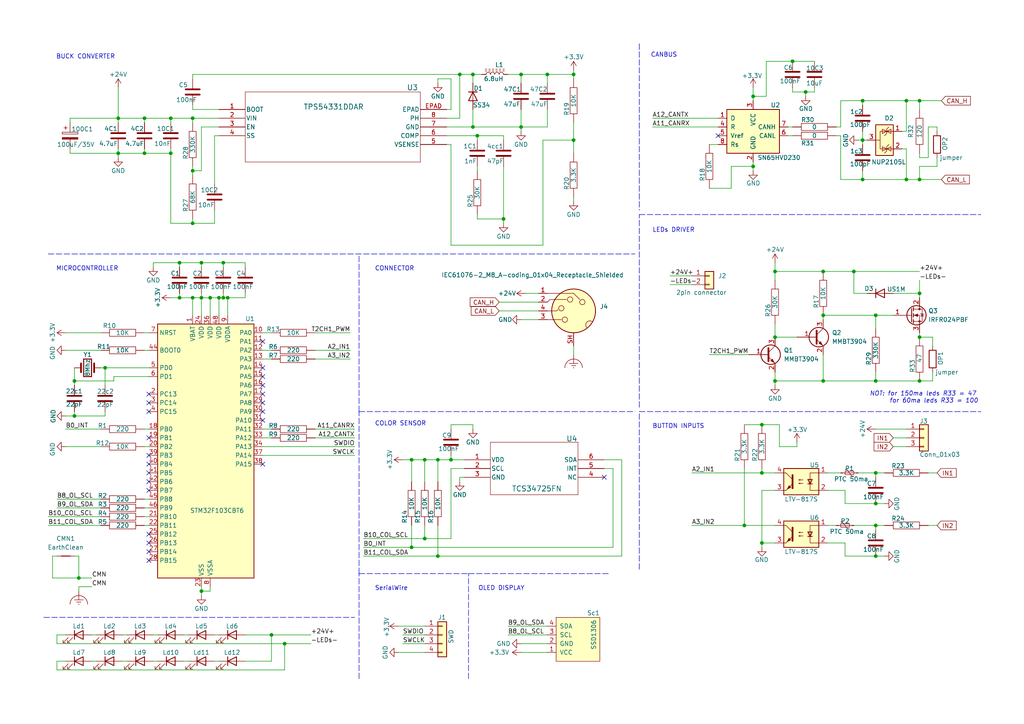
<source format=kicad_sch>
(kicad_sch (version 20231120) (generator "eeschema") (generator_version "8.0")
  (paper "A4")
  (title_block (title "Color Sensor Schematics") (date "2024-03-31") (rev "version 01.01") (company "Hiper Teknoloji") (comment 1 "desinger@ Nevzat DURMAZ"))
  (junction (at 254 91.44))
  (junction (at 238.76 110.49))
  (junction (at 224.79 78.74))
  (junction (at 220.98 157.48))
  (junction (at 49.53 34.29))
  (junction (at 137.16 36.83))
  (junction (at 250.19 52.07))
  (junction (at 52.07 76.2))
  (junction (at 55.88 86.36))
  (junction (at 250.19 40.64))
  (junction (at 266.7 97.79))
  (junction (at 254 152.4))
  (junction (at 218.44 27.94))
  (junction (at 78.74 184.15))
  (junction (at 119.38 158.75))
  (junction (at 266.7 52.07))
  (junction (at 64.77 86.36))
  (junction (at 151.13 21.59))
  (junction (at 127 161.29))
  (junction (at 254 110.49))
  (junction (at 247.65 78.74))
  (junction (at 254 161.29))
  (junction (at 238.76 91.44))
  (junction (at 262.89 52.07))
  (junction (at 58.42 86.36))
  (junction (at 220.98 137.16))
  (junction (at 127 133.35))
  (junction (at 233.68 26.67))
  (junction (at 49.53 44.45))
  (junction (at 66.04 86.36))
  (junction (at 137.16 21.59))
  (junction (at 64.77 76.2))
  (junction (at 82.55 186.69))
  (junction (at 30.48 106.68))
  (junction (at 63.5 86.36))
  (junction (at 166.37 21.59))
  (junction (at 55.88 34.29))
  (junction (at 41.91 34.29))
  (junction (at 215.9 152.4))
  (junction (at 21.59 120.65))
  (junction (at 34.29 44.45))
  (junction (at 151.13 36.83))
  (junction (at 55.88 49.53))
  (junction (at 58.42 171.45))
  (junction (at 254 137.16))
  (junction (at 130.81 133.35))
  (junction (at 262.89 29.21))
  (junction (at 158.75 21.59))
  (junction (at 55.88 64.77))
  (junction (at 266.7 29.21))
  (junction (at 34.29 34.29))
  (junction (at 123.19 156.21))
  (junction (at 60.96 86.36))
  (junction (at 266.7 110.49))
  (junction (at 146.05 63.5))
  (junction (at 218.44 48.26))
  (junction (at 224.79 110.49))
  (junction (at 41.91 44.45))
  (junction (at 220.98 123.19))
  (junction (at 238.76 78.74))
  (junction (at 123.19 133.35))
  (junction (at 21.59 110.49))
  (junction (at 266.7 85.09))
  (junction (at 229.87 17.78))
  (junction (at 254 146.05))
  (junction (at 133.35 21.59))
  (junction (at 52.07 86.36))
  (junction (at 22.86 167.64))
  (junction (at 250.19 29.21))
  (junction (at 166.37 40.64))
  (junction (at 58.42 76.2))
  (junction (at 138.43 39.37))
  (junction (at 119.38 133.35))
  (junction (at 224.79 97.79))
  (no_connect (at 76.2 99.06))
  (no_connect (at 43.18 162.56))
  (no_connect (at 76.2 109.22))
  (no_connect (at 208.28 39.37))
  (no_connect (at 43.18 116.84))
  (no_connect (at 76.2 116.84))
  (no_connect (at 43.18 142.24))
  (no_connect (at 76.2 134.62))
  (no_connect (at 76.2 111.76))
  (no_connect (at 43.18 119.38))
  (no_connect (at 76.2 119.38))
  (no_connect (at 43.18 157.48))
  (no_connect (at 43.18 137.16))
  (no_connect (at 43.18 160.02))
  (no_connect (at 76.2 106.68))
  (no_connect (at 76.2 114.3))
  (no_connect (at 43.18 114.3))
  (no_connect (at 43.18 132.08))
  (no_connect (at 43.18 127))
  (no_connect (at 76.2 121.92))
  (no_connect (at 175.26 138.43))
  (no_connect (at 43.18 154.94))
  (no_connect (at 43.18 139.7))
  (no_connect (at 43.18 134.62))
  (wire (pts (xy 218.44 46.99) (xy 218.44 48.26)))
  (wire (pts (xy 238.76 91.44) (xy 254 91.44)))
  (wire (pts (xy 270.51 107.95) (xy 270.51 110.49)))
  (wire (pts (xy 151.13 189.23) (xy 158.75 189.23)))
  (wire (pts (xy 29.21 106.68) (xy 30.48 106.68)))
  (wire (pts (xy 256.54 161.29) (xy 254 161.29)))
  (wire (pts (xy 62.23 39.37) (xy 62.23 53.34)))
  (wire (pts (xy 233.68 26.67) (xy 229.87 26.67)))
  (wire (pts (xy 34.29 45.72) (xy 34.29 44.45)))
  (wire (pts (xy 224.79 78.74) (xy 224.79 81.28)))
  (wire (pts (xy 166.37 22.86) (xy 166.37 21.59)))
  (wire (pts (xy 229.87 26.67) (xy 229.87 25.4)))
  (wire (pts (xy 271.78 36.83) (xy 271.78 38.1)))
  (wire (pts (xy 215.9 123.19) (xy 220.98 123.19)))
  (wire (pts (xy 261.62 38.1) (xy 262.89 38.1)))
  (wire (pts (xy 251.46 85.09) (xy 247.65 85.09)))
  (wire (pts (xy 138.43 63.5) (xy 146.05 63.5)))
  (wire (pts (xy 137.16 36.83) (xy 129.54 36.83)))
  (wire (pts (xy 123.19 133.35) (xy 127 133.35)))
  (wire (pts (xy 41.91 44.45) (xy 34.29 44.45)))
  (wire (pts (xy 254 91.44) (xy 259.08 91.44)))
  (wire (pts (xy 71.12 86.36) (xy 66.04 86.36)))
  (wire (pts (xy 224.79 107.95) (xy 224.79 110.49)))
  (wire (pts (xy 189.23 34.29) (xy 208.28 34.29)))
  (wire (pts (xy 215.9 135.89) (xy 215.9 152.4)))
  (wire (pts (xy 34.29 25.4) (xy 34.29 34.29)))
  (wire (pts (xy 247.65 78.74) (xy 266.7 78.74)))
  (wire (pts (xy 250.19 49.53) (xy 250.19 52.07)))
  (wire (pts (xy 262.89 52.07) (xy 250.19 52.07)))
  (wire (pts (xy 91.44 124.46) (xy 102.87 124.46)))
  (wire (pts (xy 137.16 24.13) (xy 137.16 21.59)))
  (wire (pts (xy 222.25 27.94) (xy 218.44 27.94)))
  (wire (pts (xy 101.6 104.14) (xy 91.44 104.14)))
  (wire (pts (xy 224.79 137.16) (xy 220.98 137.16)))
  (wire (pts (xy 55.88 48.26) (xy 55.88 49.53)))
  (wire (pts (xy 64.77 86.36) (xy 66.04 86.36)))
  (wire (pts (xy 49.53 44.45) (xy 41.91 44.45)))
  (wire (pts (xy 271.78 137.16) (xy 269.24 137.16)))
  (wire (pts (xy 34.29 34.29) (xy 34.29 35.56)))
  (wire (pts (xy 233.68 26.67) (xy 233.68 27.94)))
  (wire (pts (xy 49.53 64.77) (xy 49.53 44.45)))
  (wire (pts (xy 266.7 48.26) (xy 266.7 52.07)))
  (wire (pts (xy 78.74 127) (xy 76.2 127)))
  (wire (pts (xy 19.05 96.52) (xy 29.21 96.52)))
  (wire (pts (xy 215.9 152.4) (xy 200.66 152.4)))
  (wire (pts (xy 16.51 186.69) (xy 82.55 186.69)))
  (wire (pts (xy 245.11 157.48) (xy 245.11 161.29)))
  (wire (pts (xy 49.53 34.29) (xy 55.88 34.29)))
  (wire (pts (xy 41.91 149.86) (xy 43.18 149.86)))
  (wire (pts (xy 41.91 43.18) (xy 41.91 44.45)))
  (wire (pts (xy 224.79 152.4) (xy 215.9 152.4)))
  (wire (pts (xy 271.78 45.72) (xy 271.78 48.26)))
  (wire (pts (xy 127 152.4) (xy 127 161.29)))
  (wire (pts (xy 147.32 21.59) (xy 151.13 21.59)))
  (wire (pts (xy 133.35 21.59) (xy 133.35 34.29)))
  (wire (pts (xy 15.24 161.29) (xy 16.51 161.29)))
  (wire (pts (xy 134.62 133.35) (xy 130.81 133.35)))
  (wire (pts (xy 144.78 87.63) (xy 156.21 87.63)))
  (wire (pts (xy 55.88 63.5) (xy 55.88 64.77)))
  (wire (pts (xy 64.77 76.2) (xy 64.77 77.47)))
  (wire (pts (xy 63.5 191.77) (xy 62.23 191.77)))
  (wire (pts (xy 58.42 86.36) (xy 58.42 85.09)))
  (wire (pts (xy 55.88 31.75) (xy 55.88 30.48)))
  (wire (pts (xy 49.53 35.56) (xy 49.53 34.29)))
  (wire (pts (xy 27.94 184.15) (xy 26.67 184.15)))
  (wire (pts (xy 41.91 147.32) (xy 43.18 147.32)))
  (wire (pts (xy 254 137.16) (xy 256.54 137.16)))
  (wire (pts (xy 52.07 86.36) (xy 55.88 86.36)))
  (wire (pts (xy 54.61 191.77) (xy 53.34 191.77)))
  (wire (pts (xy 55.88 86.36) (xy 55.88 91.44)))
  (polyline (pts (xy 104.14 166.37) (xy 135.89 166.37)) (stroke (width 0) (type dash)))
  (wire (pts (xy 16.51 194.31) (xy 82.55 194.31)))
  (wire (pts (xy 41.91 34.29) (xy 34.29 34.29)))
  (wire (pts (xy 49.53 34.29) (xy 41.91 34.29)))
  (wire (pts (xy 238.76 110.49) (xy 254 110.49)))
  (wire (pts (xy 55.88 34.29) (xy 63.5 34.29)))
  (wire (pts (xy 166.37 20.32) (xy 166.37 21.59)))
  (wire (pts (xy 21.59 119.38) (xy 21.59 120.65)))
  (wire (pts (xy 137.16 21.59) (xy 139.7 21.59)))
  (wire (pts (xy 82.55 194.31) (xy 82.55 186.69)))
  (wire (pts (xy 226.06 129.54) (xy 226.06 123.19)))
  (wire (pts (xy 55.88 21.59) (xy 133.35 21.59)))
  (wire (pts (xy 254 124.46) (xy 262.89 124.46)))
  (wire (pts (xy 20.32 43.18) (xy 20.32 44.45)))
  (wire (pts (xy 238.76 91.44) (xy 238.76 92.71)))
  (wire (pts (xy 243.84 39.37) (xy 242.57 39.37)))
  (wire (pts (xy 262.89 52.07) (xy 266.7 52.07)))
  (wire (pts (xy 78.74 104.14) (xy 76.2 104.14)))
  (wire (pts (xy 238.76 78.74) (xy 247.65 78.74)))
  (wire (pts (xy 254 152.4) (xy 256.54 152.4)))
  (polyline (pts (xy 185.42 62.23) (xy 284.48 62.23)) (stroke (width 0) (type dash)))
  (wire (pts (xy 127 133.35) (xy 127 139.7)))
  (wire (pts (xy 105.41 156.21) (xy 123.19 156.21)))
  (wire (pts (xy 16.51 191.77) (xy 16.51 194.31)))
  (wire (pts (xy 262.89 29.21) (xy 250.19 29.21)))
  (wire (pts (xy 137.16 21.59) (xy 133.35 21.59)))
  (wire (pts (xy 41.91 129.54) (xy 43.18 129.54)))
  (wire (pts (xy 45.72 191.77) (xy 44.45 191.77)))
  (wire (pts (xy 127 22.86) (xy 127 24.13)))
  (wire (pts (xy 123.19 156.21) (xy 130.81 156.21)))
  (wire (pts (xy 60.96 86.36) (xy 60.96 91.44)))
  (wire (pts (xy 41.91 35.56) (xy 41.91 34.29)))
  (wire (pts (xy 266.7 29.21) (xy 266.7 31.75)))
  (wire (pts (xy 115.57 181.61) (xy 123.19 181.61)))
  (wire (pts (xy 231.14 129.54) (xy 226.06 129.54)))
  (wire (pts (xy 231.14 129.54) (xy 231.14 128.27)))
  (wire (pts (xy 208.28 41.91) (xy 205.74 41.91)))
  (polyline (pts (xy 185.42 119.38) (xy 284.48 119.38)) (stroke (width 0) (type dash)))
  (wire (pts (xy 115.57 189.23) (xy 123.19 189.23)))
  (wire (pts (xy 130.81 123.19) (xy 137.16 123.19)))
  (wire (pts (xy 166.37 40.64) (xy 166.37 44.45)))
  (wire (pts (xy 22.86 161.29) (xy 22.86 167.64)))
  (wire (pts (xy 158.75 21.59) (xy 151.13 21.59)))
  (wire (pts (xy 76.2 132.08) (xy 102.87 132.08)))
  (wire (pts (xy 243.84 52.07) (xy 250.19 52.07)))
  (wire (pts (xy 58.42 172.72) (xy 58.42 171.45)))
  (wire (pts (xy 116.84 133.35) (xy 119.38 133.35)))
  (wire (pts (xy 243.84 29.21) (xy 243.84 36.83)))
  (wire (pts (xy 91.44 96.52) (xy 101.6 96.52)))
  (wire (pts (xy 220.98 135.89) (xy 220.98 137.16)))
  (wire (pts (xy 248.92 137.16) (xy 254 137.16)))
  (wire (pts (xy 236.22 25.4) (xy 236.22 26.67)))
  (wire (pts (xy 266.7 45.72) (xy 269.24 45.72)))
  (wire (pts (xy 20.32 34.29) (xy 34.29 34.29)))
  (wire (pts (xy 21.59 120.65) (xy 30.48 120.65)))
  (wire (pts (xy 16.51 184.15) (xy 16.51 186.69)))
  (wire (pts (xy 138.43 39.37) (xy 138.43 40.64)))
  (wire (pts (xy 248.92 40.64) (xy 250.19 40.64)))
  (wire (pts (xy 49.53 86.36) (xy 52.07 86.36)))
  (wire (pts (xy 166.37 102.87) (xy 166.37 100.33)))
  (wire (pts (xy 134.62 135.89) (xy 130.81 135.89)))
  (wire (pts (xy 224.79 93.98) (xy 224.79 97.79)))
  (polyline (pts (xy 104.14 119.38) (xy 184.15 119.38)) (stroke (width 0) (type dash)))
  (wire (pts (xy 220.98 137.16) (xy 200.66 137.16)))
  (wire (pts (xy 151.13 92.71) (xy 156.21 92.71)))
  (wire (pts (xy 27.94 191.77) (xy 26.67 191.77)))
  (wire (pts (xy 71.12 191.77) (xy 78.74 191.77)))
  (wire (pts (xy 123.19 133.35) (xy 123.19 139.7)))
  (wire (pts (xy 146.05 39.37) (xy 146.05 40.64)))
  (wire (pts (xy 58.42 86.36) (xy 58.42 91.44)))
  (wire (pts (xy 66.04 86.36) (xy 66.04 91.44)))
  (wire (pts (xy 133.35 138.43) (xy 133.35 139.7)))
  (wire (pts (xy 220.98 123.19) (xy 226.06 123.19)))
  (wire (pts (xy 240.03 137.16) (xy 243.84 137.16)))
  (wire (pts (xy 33.02 109.22) (xy 43.18 109.22)))
  (wire (pts (xy 259.08 127) (xy 262.89 127)))
  (wire (pts (xy 44.45 76.2) (xy 52.07 76.2)))
  (wire (pts (xy 127 22.86) (xy 130.81 22.86)))
  (wire (pts (xy 151.13 38.1) (xy 151.13 36.83)))
  (wire (pts (xy 55.88 22.86) (xy 55.88 21.59)))
  (wire (pts (xy 189.23 36.83) (xy 208.28 36.83)))
  (wire (pts (xy 205.74 54.61) (xy 212.09 54.61)))
  (wire (pts (xy 243.84 29.21) (xy 250.19 29.21)))
  (wire (pts (xy 119.38 133.35) (xy 123.19 133.35)))
  (wire (pts (xy 45.72 184.15) (xy 44.45 184.15)))
  (polyline (pts (xy 12.7 179.07) (xy 102.87 179.07)) (stroke (width 0) (type dash)))
  (wire (pts (xy 212.09 48.26) (xy 218.44 48.26)))
  (wire (pts (xy 60.96 86.36) (xy 63.5 86.36)))
  (wire (pts (xy 147.32 184.15) (xy 158.75 184.15)))
  (wire (pts (xy 138.43 48.26) (xy 138.43 49.53)))
  (wire (pts (xy 20.32 44.45) (xy 34.29 44.45)))
  (wire (pts (xy 266.7 81.28) (xy 266.7 85.09)))
  (wire (pts (xy 41.91 144.78) (xy 43.18 144.78)))
  (wire (pts (xy 16.51 147.32) (xy 29.21 147.32)))
  (wire (pts (xy 138.43 39.37) (xy 146.05 39.37)))
  (wire (pts (xy 243.84 36.83) (xy 242.57 36.83)))
  (wire (pts (xy 220.98 157.48) (xy 220.98 158.75)))
  (wire (pts (xy 247.65 152.4) (xy 254 152.4)))
  (polyline (pts (xy 13.97 73.66) (xy 184.15 73.66)) (stroke (width 0) (type dash)))
  (wire (pts (xy 157.48 71.12) (xy 157.48 40.64)))
  (wire (pts (xy 229.87 17.78) (xy 236.22 17.78)))
  (wire (pts (xy 20.32 35.56) (xy 20.32 34.29)))
  (wire (pts (xy 78.74 96.52) (xy 76.2 96.52)))
  (wire (pts (xy 151.13 186.69) (xy 158.75 186.69)))
  (wire (pts (xy 19.05 120.65) (xy 21.59 120.65)))
  (wire (pts (xy 105.41 161.29) (xy 127 161.29)))
  (wire (pts (xy 127 161.29) (xy 180.34 161.29)))
  (wire (pts (xy 254 138.43) (xy 254 137.16)))
  (wire (pts (xy 224.79 110.49) (xy 224.79 111.76)))
  (wire (pts (xy 224.79 97.79) (xy 231.14 97.79)))
  (wire (pts (xy 270.51 97.79) (xy 266.7 97.79)))
  (wire (pts (xy 116.84 184.15) (xy 123.19 184.15)))
  (wire (pts (xy 254 91.44) (xy 254 95.25)))
  (wire (pts (xy 147.32 181.61) (xy 158.75 181.61)))
  (wire (pts (xy 130.81 71.12) (xy 157.48 71.12)))
  (wire (pts (xy 129.54 39.37) (xy 138.43 39.37)))
  (wire (pts (xy 26.67 170.18) (xy 22.86 170.18)))
  (wire (pts (xy 245.11 161.29) (xy 254 161.29)))
  (wire (pts (xy 55.88 64.77) (xy 62.23 64.77)))
  (wire (pts (xy 82.55 186.69) (xy 90.17 186.69)))
  (wire (pts (xy 41.91 96.52) (xy 43.18 96.52)))
  (wire (pts (xy 224.79 110.49) (xy 238.76 110.49)))
  (wire (pts (xy 194.31 80.01) (xy 200.66 80.01)))
  (wire (pts (xy 146.05 64.77) (xy 146.05 63.5)))
  (wire (pts (xy 58.42 86.36) (xy 60.96 86.36)))
  (wire (pts (xy 144.78 90.17) (xy 156.21 90.17)))
  (wire (pts (xy 222.25 17.78) (xy 222.25 27.94)))
  (polyline (pts (xy 185.42 165.1) (xy 185.42 119.38)) (stroke (width 0) (type dash)))
  (wire (pts (xy 129.54 31.75) (xy 130.81 31.75)))
  (wire (pts (xy 63.5 39.37) (xy 62.23 39.37)))
  (wire (pts (xy 44.45 77.47) (xy 44.45 76.2)))
  (wire (pts (xy 250.19 40.64) (xy 251.46 40.64)))
  (wire (pts (xy 262.89 43.18) (xy 262.89 52.07)))
  (wire (pts (xy 63.5 36.83) (xy 58.42 36.83)))
  (wire (pts (xy 256.54 146.05) (xy 254 146.05)))
  (wire (pts (xy 262.89 29.21) (xy 262.89 38.1)))
  (wire (pts (xy 151.13 21.59) (xy 151.13 24.13)))
  (wire (pts (xy 52.07 85.09) (xy 52.07 86.36)))
  (wire (pts (xy 157.48 40.64) (xy 166.37 40.64)))
  (polyline (pts (xy 104.14 119.38) (xy 104.14 73.66)) (stroke (width 0) (type dash)))
  (wire (pts (xy 21.59 110.49) (xy 21.59 111.76)))
  (wire (pts (xy 177.8 135.89) (xy 177.8 158.75)))
  (wire (pts (xy 175.26 135.89) (xy 177.8 135.89)))
  (polyline (pts (xy 185.42 12.7) (xy 185.42 60.96)) (stroke (width 0) (type dash)))
  (wire (pts (xy 262.89 29.21) (xy 266.7 29.21)))
  (wire (pts (xy 242.57 152.4) (xy 240.03 152.4)))
  (wire (pts (xy 119.38 158.75) (xy 177.8 158.75)))
  (wire (pts (xy 64.77 85.09) (xy 64.77 86.36)))
  (polyline (pts (xy 104.14 166.37) (xy 104.14 119.38)) (stroke (width 0) (type dash)))
  (wire (pts (xy 62.23 60.96) (xy 62.23 64.77)))
  (wire (pts (xy 71.12 85.09) (xy 71.12 86.36)))
  (wire (pts (xy 36.83 191.77) (xy 35.56 191.77)))
  (wire (pts (xy 130.81 124.46) (xy 130.81 123.19)))
  (wire (pts (xy 269.24 45.72) (xy 269.24 36.83)))
  (wire (pts (xy 22.86 161.29) (xy 21.59 161.29)))
  (wire (pts (xy 130.81 133.35) (xy 130.81 132.08)))
  (wire (pts (xy 218.44 48.26) (xy 218.44 49.53)))
  (wire (pts (xy 71.12 77.47) (xy 71.12 76.2)))
  (wire (pts (xy 151.13 36.83) (xy 137.16 36.83)))
  (wire (pts (xy 15.24 167.64) (xy 22.86 167.64)))
  (wire (pts (xy 138.43 63.5) (xy 138.43 62.23)))
  (polyline (pts (xy 185.42 118.11) (xy 185.42 62.23)) (stroke (width 0) (type dash)))
  (wire (pts (xy 261.62 43.18) (xy 262.89 43.18)))
  (polyline (pts (xy 104.14 196.85) (xy 104.14 166.37)) (stroke (width 0) (type dash)))
  (wire (pts (xy 21.59 110.49) (xy 33.02 110.49)))
  (wire (pts (xy 133.35 34.29) (xy 129.54 34.29)))
  (wire (pts (xy 271.78 48.26) (xy 266.7 48.26)))
  (wire (pts (xy 58.42 76.2) (xy 52.07 76.2)))
  (wire (pts (xy 158.75 24.13) (xy 158.75 21.59)))
  (wire (pts (xy 130.81 31.75) (xy 130.81 22.86)))
  (wire (pts (xy 64.77 76.2) (xy 58.42 76.2)))
  (wire (pts (xy 271.78 152.4) (xy 269.24 152.4)))
  (wire (pts (xy 16.51 144.78) (xy 29.21 144.78)))
  (wire (pts (xy 243.84 39.37) (xy 243.84 52.07)))
  (wire (pts (xy 254 107.95) (xy 254 110.49)))
  (wire (pts (xy 245.11 146.05) (xy 254 146.05)))
  (wire (pts (xy 133.35 138.43) (xy 134.62 138.43)))
  (wire (pts (xy 220.98 142.24) (xy 220.98 157.48)))
  (wire (pts (xy 259.08 85.09) (xy 266.7 85.09)))
  (wire (pts (xy 266.7 29.21) (xy 273.05 29.21)))
  (wire (pts (xy 19.05 129.54) (xy 29.21 129.54)))
  (wire (pts (xy 60.96 170.18) (xy 60.96 171.45)))
  (wire (pts (xy 137.16 31.75) (xy 137.16 36.83)))
  (wire (pts (xy 224.79 76.2) (xy 224.79 78.74)))
  (wire (pts (xy 212.09 54.61) (xy 212.09 48.26)))
  (wire (pts (xy 30.48 106.68) (xy 43.18 106.68)))
  (wire (pts (xy 58.42 171.45) (xy 58.42 170.18)))
  (wire (pts (xy 266.7 85.09) (xy 266.7 86.36)))
  (wire (pts (xy 55.88 64.77) (xy 49.53 64.77)))
  (wire (pts (xy 224.79 157.48) (xy 220.98 157.48)))
  (wire (pts (xy 266.7 52.07) (xy 273.05 52.07)))
  (wire (pts (xy 30.48 120.65) (xy 30.48 119.38)))
  (wire (pts (xy 55.88 86.36) (xy 58.42 86.36)))
  (wire (pts (xy 58.42 49.53) (xy 55.88 49.53)))
  (wire (pts (xy 270.51 110.49) (xy 266.7 110.49)))
  (wire (pts (xy 266.7 97.79) (xy 266.7 96.52)))
  (wire (pts (xy 180.34 133.35) (xy 180.34 161.29)))
  (wire (pts (xy 105.41 158.75) (xy 119.38 158.75)))
  (wire (pts (xy 63.5 184.15) (xy 62.23 184.15)))
  (wire (pts (xy 55.88 49.53) (xy 55.88 50.8)))
  (wire (pts (xy 218.44 25.4) (xy 218.44 27.94)))
  (wire (pts (xy 254 110.49) (xy 266.7 110.49)))
  (wire (pts (xy 151.13 36.83) (xy 158.75 36.83)))
  (wire (pts (xy 250.19 40.64) (xy 250.19 41.91)))
  (wire (pts (xy 269.24 36.83) (xy 271.78 36.83)))
  (wire (pts (xy 250.19 38.1) (xy 250.19 40.64)))
  (wire (pts (xy 224.79 78.74) (xy 238.76 78.74)))
  (wire (pts (xy 166.37 58.42) (xy 166.37 57.15)))
  (wire (pts (xy 123.19 152.4) (xy 123.19 156.21)))
  (wire (pts (xy 137.16 123.19) (xy 137.16 124.46)))
  (wire (pts (xy 247.65 85.09) (xy 247.65 78.74)))
  (wire (pts (xy 228.6 36.83) (xy 229.87 36.83)))
  (wire (pts (xy 228.6 39.37) (xy 229.87 39.37)))
  (wire (pts (xy 130.81 135.89) (xy 130.81 156.21)))
  (wire (pts (xy 78.74 184.15) (xy 90.17 184.15)))
  (wire (pts (xy 101.6 101.6) (xy 91.44 101.6)))
  (wire (pts (xy 36.83 184.15) (xy 35.56 184.15)))
  (wire (pts (xy 254 153.67) (xy 254 152.4)))
  (wire (pts (xy 194.31 82.55) (xy 200.66 82.55)))
  (wire (pts (xy 41.91 152.4) (xy 43.18 152.4)))
  (wire (pts (xy 58.42 36.83) (xy 58.42 49.53)))
  (wire (pts (xy 236.22 26.67) (xy 233.68 26.67)))
  (wire (pts (xy 270.51 100.33) (xy 270.51 97.79)))
  (wire (pts (xy 71.12 76.2) (xy 64.77 76.2)))
  (wire (pts (xy 266.7 44.45) (xy 266.7 45.72)))
  (wire (pts (xy 19.05 124.46) (xy 29.21 124.46)))
  (polyline (pts (xy 135.89 166.37) (xy 176.53 166.37)) (stroke (width 0) (type dash)))
  (wire (pts (xy 175.26 133.35) (xy 180.34 133.35)))
  (wire (pts (xy 78.74 101.6) (xy 76.2 101.6)))
  (wire (pts (xy 41.91 124.46) (xy 43.18 124.46)))
  (wire (pts (xy 158.75 31.75) (xy 158.75 36.83)))
  (wire (pts (xy 15.24 161.29) (xy 15.24 167.64)))
  (wire (pts (xy 21.59 110.49) (xy 21.59 106.68)))
  (wire (pts (xy 58.42 76.2) (xy 58.42 77.47)))
  (wire (pts (xy 250.19 30.48) (xy 250.19 29.21)))
  (wire (pts (xy 152.4 85.09) (xy 156.21 85.09)))
  (wire (pts (xy 76.2 129.54) (xy 102.87 129.54)))
  (wire (pts (xy 240.03 157.48) (xy 245.11 157.48)))
  (wire (pts (xy 119.38 133.35) (xy 119.38 139.7)))
  (wire (pts (xy 238.76 102.87) (xy 238.76 110.49)))
  (wire (pts (xy 19.05 184.15) (xy 16.51 184.15)))
  (wire (pts (xy 30.48 106.68) (xy 30.48 111.76)))
  (wire (pts (xy 146.05 48.26) (xy 146.05 63.5)))
  (wire (pts (xy 205.74 102.87) (xy 217.17 102.87)))
  (wire (pts (xy 49.53 43.18) (xy 49.53 44.45)))
  (wire (pts (xy 63.5 86.36) (xy 63.5 91.44)))
  (wire (pts (xy 55.88 35.56) (xy 55.88 34.29)))
  (polyline (pts (xy 135.89 196.85) (xy 135.89 166.37)) (stroke (width 0) (type dash)))
  (wire (pts (xy 229.87 17.78) (xy 222.25 17.78)))
  (wire (pts (xy 240.03 142.24) (xy 245.11 142.24)))
  (wire (pts (xy 78.74 124.46) (xy 76.2 124.46)))
  (wire (pts (xy 13.97 149.86) (xy 29.21 149.86)))
  (wire (pts (xy 130.81 41.91) (xy 130.81 71.12)))
  (wire (pts (xy 63.5 31.75) (xy 55.88 31.75)))
  (wire (pts (xy 41.91 101.6) (xy 43.18 101.6)))
  (wire (pts (xy 19.05 101.6) (xy 29.21 101.6)))
  (wire (pts (xy 34.29 44.45) (xy 34.29 43.18)))
  (wire (pts (xy 91.44 127) (xy 102.87 127)))
  (wire (pts (xy 33.02 110.49) (xy 33.02 109.22)))
  (wire (pts (xy 218.44 27.94) (xy 218.44 29.21)))
  (wire (pts (xy 129.54 41.91) (xy 130.81 41.91)))
  (wire (pts (xy 78.74 191.77) (xy 78.74 184.15)))
  (wire (pts (xy 19.05 191.77) (xy 16.51 191.77)))
  (wire (pts (xy 116.84 186.69) (xy 123.19 186.69)))
  (wire (pts (xy 166.37 35.56) (xy 166.37 40.64)))
  (wire (pts (xy 13.97 152.4) (xy 29.21 152.4)))
  (wire (pts (xy 64.77 86.36) (xy 63.5 86.36)))
  (wire (pts (xy 22.86 170.18) (xy 22.86 171.45)))
  (wire (pts (xy 245.11 142.24) (xy 245.11 146.05)))
  (wire (pts (xy 52.07 76.2) (xy 52.07 77.47)))
  (wire (pts (xy 22.86 167.64) (xy 26.67 167.64)))
  (wire (pts (xy 60.96 171.45) (xy 58.42 171.45)))
  (wire (pts (xy 119.38 152.4) (xy 119.38 158.75)))
  (wire (pts (xy 71.12 184.15) (xy 78.74 184.15)))
  (wire (pts (xy 127 133.35) (xy 130.81 133.35)))
  (wire (pts (xy 54.61 184.15) (xy 53.34 184.15)))
  (wire (pts (xy 259.08 129.54) (xy 262.89 129.54)))
  (wire (pts (xy 166.37 21.59) (xy 158.75 21.59)))
  (wire (pts (xy 151.13 31.75) (xy 151.13 36.83)))
  (wire (pts (xy 224.79 142.24) (xy 220.98 142.24)))
  (text "LEDs DRIVER" (at 189.23 67.564 0) (effects (font (size 1.27 1.27)) (justify left bottom)))
  (text "OLED DISPLAY" (at 138.684 171.45 0) (effects (font (size 1.27 1.27)) (justify left bottom)))
  (text "BUCK CONVERTER" (at 16.256 17.272 0) (effects (font (size 1.27 1.27)) (justify left bottom)))
  (text "SerialWire" (at 108.712 171.45 0) (effects (font (size 1.27 1.27)) (justify left bottom)))
  (text "CONNECTOR" (at 108.712 78.74 0) (effects (font (size 1.27 1.27)) (justify left bottom)))
  (text "COLOR SENSOR" (at 108.712 123.698 0) (effects (font (size 1.27 1.27)) (justify left bottom)))
  (text "CANBUS" (at 188.722 16.764 0) (effects (font (size 1.27 1.27)) (justify left bottom)))
  (text "MICROCONTROLLER" (at 16.256 78.74 0) (effects (font (size 1.27 1.27)) (justify left bottom)))
  (text "NOT: for 150ma leds R33 = 47\n	 for 60ma leds R33 = 100 " (at 252.222 117.094 0) (effects (font (size 1.27 1.27) (italic yes)) (justify left bottom)))
  (text "BUTTON INPUTS" (at 189.23 124.46 0) (effects (font (size 1.27 1.27)) (justify left bottom)))
  (label "A2_IN1" (at 200.66 137.16 0))
  (label "SWDIO" (at 102.87 129.54 180))
  (label "A3_IN2" (at 200.66 152.4 0))
  (label "A12_CANTX" (at 189.23 34.29 0))
  (label "B8_OL_SCL" (at 16.51 144.78 0))
  (label "SWDIO" (at 116.84 184.15 0))
  (label "A12_CANTX" (at 102.87 127 180))
  (label "-LEDs-" (at 90.17 186.69 0))
  (label "T2CH1_PWM" (at 101.6 96.52 180))
  (label "+24V+" (at 90.17 184.15 0))
  (label "A11_CANRX" (at 102.87 124.46 180))
  (label "B11_COL_SDA" (at 105.41 161.29 0))
  (label "+24V+" (at 266.7 78.74 0))
  (label "B9_OL_SDA" (at 16.51 147.32 0))
  (label "A3_IN2" (at 101.6 104.14 180))
  (label "B0_INT" (at 105.41 158.75 0))
  (label "B9_OL_SDA" (at 147.32 181.61 0))
  (label "CMN" (at 26.67 170.18 0))
  (label "B8_OL_SCL" (at 147.32 184.15 0))
  (label "A2_IN1" (at 101.6 101.6 180))
  (label "B11_COL_SDA" (at 13.97 152.4 0))
  (label "CMN" (at 26.67 167.64 0))
  (label "B10_COL_SCL" (at 13.97 149.86 0))
  (label "-LEDs-" (at 194.31 82.55 0))
  (label "SWCLK" (at 116.84 186.69 0))
  (label "A11_CANRX" (at 189.23 36.83 0))
  (label "B0_INT" (at 19.05 124.46 0))
  (label "SWCLK" (at 102.87 132.08 180))
  (label "-LEDs-" (at 266.7 81.28 0))
  (label "B10_COL_SCL" (at 105.41 156.21 0))
  (label "+24V+" (at 194.31 80.01 0))
  (label "T2CH1_PWM" (at 205.74 102.87 0))
  (global_label "CAN_L" (shape input) (at 144.78 90.17 180) (property "Intersheetrefs" "${INTERSHEET_REFS}" (effects (hide yes))))
  (global_label "CAN_L" (shape input) (at 273.05 52.07 0) (property "Intersheetrefs" "${INTERSHEET_REFS}" (effects (hide yes))))
  (global_label "IN2" (shape input) (at 259.08 129.54 180) (property "Intersheetrefs" "${INTERSHEET_REFS}" (effects (hide yes))))
  (global_label "IN1" (shape input) (at 259.08 127 180) (property "Intersheetrefs" "${INTERSHEET_REFS}" (effects (hide yes))))
  (global_label "IN1" (shape input) (at 271.78 137.16 0) (property "Intersheetrefs" "${INTERSHEET_REFS}" (effects (hide yes))))
  (global_label "CAN_H" (shape input) (at 273.05 29.21 0) (property "Intersheetrefs" "${INTERSHEET_REFS}" (effects (hide yes))))
  (global_label "CAN_H" (shape input) (at 144.78 87.63 180) (property "Intersheetrefs" "${INTERSHEET_REFS}" (effects (hide yes))))
  (global_label "IN2" (shape input) (at 271.78 152.4 0) (property "Intersheetrefs" "${INTERSHEET_REFS}" (effects (hide yes))))
  (symbol (lib_id "Device:LED") (at 58.42 184.15 0) (unit 1)
    (property "Reference" "Ld5" (at 58.42 181.61 0))
    (property "Value" "LED" (effects (hide yes)))
    (property "Footprint" "LED_SMD:LED_PLCC_2835" (effects (hide yes)))
    (property "Description" "Light emitting diode" (effects (hide yes)))
  )
  (symbol (lib_id "Device:LED") (at 31.75 191.77 0) (unit 1)
    (property "Reference" "Ld8" (at 31.75 189.23 0))
    (property "Value" "LED" (effects (hide yes)))
    (property "Footprint" "LED_SMD:LED_PLCC_2835" (effects (hide yes)))
    (property "Description" "Light emitting diode" (effects (hide yes)))
  )
  (symbol (lib_id "power:+24V") (at 224.79 76.2 0) (unit 1)
    (property "Reference" "#PWR018" (effects (hide yes)))
    (property "Value" "+24V" (at 224.79 72.39 0))
  )
  (symbol (lib_id "pspice:R") (at 236.22 39.37 90) (unit 1)
    (property "Reference" "R31" (at 234.2652 41.5204 90))
    (property "Value" "0" (at 236.22 39.37 90))
    (property "Footprint" "Resistor_SMD:R_0603_1608Metric" (effects (hide yes)))
  )
  (symbol (lib_name "GND_2") (lib_id "power:GND") (at 151.13 38.1 0) (unit 1)
    (property "Reference" "#PWR07" (effects (hide yes)))
    (property "Value" "GND" (at 151.13 41.91 0))
  )
  (symbol (lib_name "GND_4") (lib_id "power:GND") (at 224.79 111.76 0) (unit 1)
    (property "Reference" "#PWR019" (effects (hide yes)))
    (property "Value" "GND" (at 224.79 115.57 0))
  )
  (symbol (lib_id "Diode:US1M") (at 255.27 85.09 0) (unit 1)
    (property "Reference" "D3" (at 250.6772 83.7062 0) (effects (justify left)))
    (property "Value" "US1M" (at 257.2476 83.8887 0) (effects (justify left)))
    (property "Footprint" "Diode_SMD:D_SMA" (effects (hide yes)))
    (property "Datasheet" "https://www.diodes.com/assets/Datasheets/ds16008.pdf" (effects (hide yes)))
  )
  (symbol (lib_id "pspice:R") (at 85.09 124.46 90) (unit 1)
    (property "Reference" "R8" (at 79.248 123.444 90))
    (property "Value" "220" (at 85.09 124.46 90))
    (property "Footprint" "Resistor_SMD:R_0603_1608Metric" (effects (hide yes)))
  )
  (symbol (lib_id "Isolator:LTV-817S") (at 232.41 154.94 0) (mirror y) (unit 1)
    (property "Reference" "U6" (at 236.22 150.114 0))
    (property "Value" "LTV-817S" (at 232.41 160.02 0))
    (property "Footprint" "Package_DIP:SMDIP-4_W9.53mm" (effects (hide yes)))
    (property "Datasheet" "https://pdf.direnc.net/upload/ltv-817s-ta1-c-datahseet.pdf" (effects (hide yes)))
    (property "Description" "LiteOn LTV-817S-TA1-C (or PC817 SOP-4 Sharp)" (effects (hide yes)))
  )
  (symbol (lib_name "+24V_1") (lib_id "power:+24V") (at 152.4 85.09 90) (unit 1)
    (property "Reference" "#PWR036" (effects (hide yes)))
    (property "Value" "+24V" (at 147.066 85.09 90))
  )
  (symbol (lib_id "pspice:R") (at 127 146.05 180) (unit 1)
    (property "Reference" "R16" (at 124.968 149.86 90))
    (property "Value" "10K" (at 127 146.05 90))
    (property "Footprint" "Resistor_SMD:R_0603_1608Metric" (effects (hide yes)))
  )
  (symbol (lib_id "pspice:R") (at 35.56 124.46 90) (unit 1)
    (property "Reference" "R1" (at 29.718 123.444 90))
    (property "Value" "220" (at 35.56 124.46 90))
    (property "Footprint" "Resistor_SMD:R_0603_1608Metric" (effects (hide yes)))
  )
  (symbol (lib_id "Device:Crystal") (at 25.4 106.68 0) (unit 1)
    (property "Reference" "Y1" (at 25.4 102.87 0))
    (property "Value" "8Mhz" (at 25.4 106.68 90))
    (property "Footprint" "Crystal:Crystal_SMD_HC49-SD" (effects (hide yes)))
  )
  (symbol (lib_id "Device:C_Polarized") (at 20.32 39.37 0) (unit 1)
    (property "Reference" "100C1" (at 20.6919 37.4353 0) (effects (justify left)))
    (property "Value" "100uF/35V" (at 16.51 41.91 0) (effects (justify left)))
    (property "Footprint" "Capacitor_SMD:CP_Elec_6.3x7.7" (effects (hide yes)))
  )
  (symbol (lib_id "Device:C") (at 62.23 57.15 0) (unit 1)
    (property "Reference" "10C2" (at 58.166 55.118 0) (effects (justify left)))
    (property "Value" "10nF" (at 57.404 59.436 0) (effects (justify left)))
    (property "Footprint" "Capacitor_SMD:C_0603_1608Metric" (effects (hide yes)))
    (property "Description" ">25V (25V-50V)" (effects (hide yes)))
  )
  (symbol (lib_name "+3.3V_9") (lib_id "power:+3.3V") (at 218.44 25.4 0) (unit 1)
    (property "Reference" "#PWR01" (effects (hide yes)))
    (property "Value" "+3.3V" (at 218.1179 21.9606 0))
  )
  (symbol (lib_id "pspice:R") (at 35.56 152.4 90) (unit 1)
    (property "Reference" "R5" (at 29.718 151.384 90))
    (property "Value" "220" (at 35.56 152.4 90))
    (property "Footprint" "Resistor_SMD:R_0603_1608Metric" (effects (hide yes)))
  )
  (symbol (lib_id "MCU_ST_STM32F1:STM32F103C8Tx") (at 58.42 132.08 0) (unit 1)
    (property "Reference" "U1" (at 71.12 92.456 0) (effects (justify left)))
    (property "Value" "STM32F103CBT6" (at 55.118 148.082 0) (effects (justify left)))
    (property "Footprint" "Package_QFP:LQFP-48_7x7mm_P0.5mm" (effects (hide yes)))
  )
  (symbol (lib_id "pspice:R") (at 35.56 144.78 90) (unit 1)
    (property "Reference" "R2" (at 29.718 143.764 90))
    (property "Value" "220" (at 35.56 144.78 90))
    (property "Footprint" "Resistor_SMD:R_0603_1608Metric" (effects (hide yes)))
  )
  (symbol (lib_name "+24V_1") (lib_id "power:+24V") (at 34.29 25.4 0) (unit 1)
    (property "Reference" "#PWR05" (effects (hide yes)))
    (property "Value" "+24V" (at 34.29 21.59 0))
  )
  (symbol (lib_id "Isolator:LTV-817S") (at 232.41 139.7 0) (mirror y) (unit 1)
    (property "Reference" "U5" (at 236.22 134.874 0))
    (property "Value" "LTV-817S" (at 232.41 144.78 0))
    (property "Footprint" "Package_DIP:SMDIP-4_W9.53mm" (effects (hide yes)))
    (property "Datasheet" "https://pdf.direnc.net/upload/ltv-817s-ta1-c-datahseet.pdf" (effects (hide yes)))
    (property "Description" "LiteOn LTV-817S-TA1-C (or PC817 SOP-4 Sharp)" (effects (hide yes)))
  )
  (symbol (lib_id "oled:SSD1306") (at 167.64 185.42 90) (unit 1)
    (property "Reference" "Sc1" (at 173.99 177.8 90) (effects (justify left)))
    (property "Value" "SSD1306" (at 172.212 188.468 0) (effects (justify left)))
    (property "Footprint" "OLEDI2C:128x64OLED" (effects (hide yes)))
    (property "Description" "VCC - GND - SCL - SDA (not! gnd-vcc-scl-sda)" (effects (hide yes)))
  )
  (symbol (lib_id "Device:C") (at 55.88 26.67 0) (unit 1)
    (property "Reference" "C5" (at 51.816 24.638 0) (effects (justify left)))
    (property "Value" "100nF" (at 51.054 28.956 0) (effects (justify left)))
    (property "Footprint" "Capacitor_SMD:C_0603_1608Metric" (effects (hide yes)))
    (property "Description" ">25V" (effects (hide yes)))
  )
  (symbol (lib_id "pspice:R") (at 55.88 41.91 180) (unit 1)
    (property "Reference" "R28" (at 53.8625 44.3031 90))
    (property "Value" "330K" (at 55.88 41.91 90))
    (property "Footprint" "Resistor_SMD:R_0603_1608Metric" (effects (hide yes)))
  )
  (symbol (lib_id "Device:LED") (at 31.75 184.15 0) (unit 1)
    (property "Reference" "Ld2" (at 31.75 181.61 0))
    (property "Value" "LED" (effects (hide yes)))
    (property "Footprint" "LED_SMD:LED_PLCC_2835" (effects (hide yes)))
    (property "Description" "Light emitting diode" (effects (hide yes)))
  )
  (symbol (lib_id "Interface_CAN_LIN:SN65HVD230") (at 218.44 36.83 0) (unit 1)
    (property "Reference" "U2" (at 223.52 30.48 0) (effects (justify left)))
    (property "Value" "SN65HVD230" (at 219.71 45.72 0) (effects (justify left)))
    (property "Footprint" "Package_SO:SOIC-8_3.9x4.9mm_P1.27mm" (effects (hide yes)))
    (property "Datasheet" "http://www.ti.com/lit/ds/symlink/sn65hvd230.pdf" (effects (hide yes)))
  )
  (symbol (lib_id "Device:C") (at 58.42 81.28 0) (unit 1)
    (property "Reference" "C2" (at 57.189 79.2989 0))
    (property "Value" "100nF" (at 57.7549 83.141 0))
    (property "Footprint" "Capacitor_SMD:C_0603_1608Metric" (effects (hide yes)))
  )
  (symbol (lib_name "GND_15") (lib_id "power:GND") (at 248.92 40.64 270) (unit 1)
    (property "Reference" "#PWR012" (effects (hide yes)))
    (property "Value" "GND" (at 245.3218 40.7057 0))
  )
  (symbol (lib_id "pspice:R") (at 215.9 129.54 180) (unit 1)
    (property "Reference" "R21" (at 213.8825 131.9331 90))
    (property "Value" "3.3K" (at 215.9 129.54 90))
    (property "Footprint" "Resistor_SMD:R_0603_1608Metric" (effects (hide yes)))
  )
  (symbol (lib_name "GND_17") (lib_id "power:GND") (at 233.68 27.94 0) (unit 1)
    (property "Reference" "#PWR03" (effects (hide yes)))
    (property "Value" "GND" (at 233.7457 31.5382 0))
  )
  (symbol (lib_name "GND_20") (lib_id "power:GND") (at 151.13 186.69 270) (unit 1)
    (property "Reference" "#PWR016" (effects (hide yes)))
    (property "Value" "GND" (at 146.05 186.69 90))
  )
  (symbol (lib_id "Device:LED") (at 49.53 184.15 0) (unit 1)
    (property "Reference" "Ld4" (at 49.53 181.61 0))
    (property "Value" "LED" (effects (hide yes)))
    (property "Footprint" "LED_SMD:LED_PLCC_2835" (effects (hide yes)))
    (property "Description" "Light emitting diode" (effects (hide yes)))
  )
  (symbol (lib_id "Device:C") (at 130.81 128.27 0) (unit 1)
    (property "Reference" "C9" (at 129.579 126.2889 0))
    (property "Value" "100nF" (at 130.1435 130.163 0))
    (property "Footprint" "Capacitor_SMD:C_0603_1608Metric" (effects (hide yes)))
  )
  (symbol (lib_name "+3.3V_1") (lib_id "power:+3.3V") (at 49.53 86.36 90) (unit 1)
    (property "Reference" "#PWR023" (effects (hide yes)))
    (property "Value" "+3.3V" (at 45.7312 86.3601 0))
  )
  (symbol (lib_id "pspice:R") (at 205.74 48.26 180) (unit 1)
    (property "Reference" "R18" (at 203.7225 50.6531 90))
    (property "Value" "10K" (at 205.74 48.26 90))
    (property "Footprint" "Resistor_SMD:R_0603_1608Metric" (effects (hide yes)))
  )
  (symbol (lib_id "power:+24V") (at 254 124.46 90) (unit 1)
    (property "Reference" "#PWR033" (effects (hide yes)))
    (property "Value" "+24V" (at 250.19 124.46 0))
  )
  (symbol (lib_id "Transistor_BJT:MMBT3904") (at 222.25 102.87 0) (unit 1)
    (property "Reference" "Q1" (at 227.33 101.5999 0) (effects (justify left)))
    (property "Value" "MMBT3904" (at 227.33 104.1399 0) (effects (justify left)))
    (property "Footprint" "Package_TO_SOT_SMD:SOT-23" (effects (hide yes)))
    (property "Datasheet" "https://www.onsemi.com/pub/Collateral/2N3903-D.PDF" (effects (hide yes)))
  )
  (symbol (lib_id "pspice:R") (at 55.88 57.15 180) (unit 1)
    (property "Reference" "R27" (at 53.8625 59.5431 90))
    (property "Value" "68K" (at 55.88 57.15 90))
    (property "Footprint" "Resistor_SMD:R_0603_1608Metric" (effects (hide yes)))
  )
  (symbol (lib_id "Transistor_BJT:MMBT3904") (at 236.22 97.79 0) (unit 1)
    (property "Reference" "Q2" (at 241.3 96.52 0) (effects (justify left)))
    (property "Value" "MMBT3904" (at 241.3 99.0599 0) (effects (justify left)))
    (property "Footprint" "Package_TO_SOT_SMD:SOT-23" (effects (hide yes)))
    (property "Datasheet" "https://www.onsemi.com/pub/Collateral/2N3903-D.PDF" (effects (hide yes)))
  )
  (symbol (lib_id "Transistor_FET:IRF540N") (at 264.16 91.44 0) (unit 1)
    (property "Reference" "Q3" (at 269.24 90.17 0) (effects (justify left)))
    (property "Value" "IRFR024PBF " (at 269.24 92.71 0) (effects (justify left)))
    (property "Footprint" "Package_TO_SOT_SMD:TO-252-2" (effects (hide yes)))
    (property "Datasheet" "http://www.irf.com/product-info/datasheets/data/irf540n.pdf" (effects (hide yes)))
    (property "Description" "Vishay (or Infineon - IRFR540ZTRPBF)" (effects (hide yes)))
  )
  (symbol (lib_name "GND_2") (lib_id "power:GND") (at 127 24.13 0) (unit 1)
    (property "Reference" "#PWR011" (effects (hide yes)))
    (property "Value" "GND" (at 127 27.94 0))
  )
  (symbol (lib_name "GND_2") (lib_id "power:GND") (at 58.42 172.72 0) (unit 1)
    (property "Reference" "#PWR024" (effects (hide yes)))
    (property "Value" "GND" (at 58.42 176.53 0))
  )
  (symbol (lib_id "Device:C") (at 71.12 81.28 0) (unit 1)
    (property "Reference" "C4" (at 69.889 79.2989 0))
    (property "Value" "100nF" (at 70.4535 83.173 0))
    (property "Footprint" "Capacitor_SMD:C_0603_1608Metric" (effects (hide yes)))
  )
  (symbol (lib_id "pspice:R") (at 266.7 104.14 180) (unit 1)
    (property "Reference" "R33" (at 264.668 106.172 90))
    (property "Value" "47" (at 266.7 103.886 90))
    (property "Footprint" "Resistor_SMD:R_2512_6332Metric" (effects (hide yes)))
  )
  (symbol (lib_name "GND_15") (lib_id "power:GND") (at 19.05 101.6 270) (unit 1)
    (property "Reference" "#PWR021" (effects (hide yes)))
    (property "Value" "GND" (at 15.24 100.33 0) (effects (justify left)))
  )
  (symbol (lib_id "TCS34725FN:TCS34725FN") (at 134.62 133.35 0) (unit 1)
    (property "Reference" "U4" (at 165.862 127.254 0) (effects (font (size 1.524 1.524))))
    (property "Value" "TCS34725FN" (at 155.702 141.732 0) (effects (font (size 1.524 1.524))))
    (property "Footprint" "TCS34725FN_AMS" (effects (hide yes)))
    (property "Datasheet" "TCS34725FN" (effects (hide yes)))
    (property "Description" "AMS OSRAM" (effects (hide yes)))
  )
  (symbol (lib_name "GND_16") (lib_id "power:GND") (at 218.44 49.53 0) (unit 1)
    (property "Reference" "#PWR02" (effects (hide yes)))
    (property "Value" "GND" (at 218.5057 53.1282 0))
  )
  (symbol (lib_id "Connector:IEC61076-2_M8_A-coding_01x04_Receptacle_Shielded") (at 166.37 90.17 0) (unit 1)
    (property "Reference" "J4" (at 173.99 88.8999 0) (effects (justify left)))
    (property "Value" "IEC61076-2_M8_A-coding_01x04_Receptacle_Shielded" (at 128.016 79.756 0) (effects (justify left)))
    (property "Footprint" "Connector_TE-Connectivity:TE_T4041037041-000_M8_04_Socket_Straight" (effects (hide yes)))
    (property "Description" "IEC 61076-2 4 ways shielded M8 A-coding receptacle connector" (effects (hide yes)))
  )
  (symbol (lib_id "pspice:R") (at 236.22 36.83 90) (unit 1)
    (property "Reference" "R30" (at 234.2669 34.7476 90))
    (property "Value" "0" (at 236.22 36.83 90))
    (property "Footprint" "Resistor_SMD:R_0603_1608Metric" (effects (hide yes)))
  )
  (symbol (lib_id "Device:NetTie_2") (at 19.05 161.29 0) (unit 1) (in_bom no)
    (property "Reference" "CMN1" (at 19.05 156.21 0))
    (property "Value" "EarthClean" (at 19.05 158.75 0))
    (property "Footprint" "NetTie:NetTie-2_SMD_Pad0.5mm" (effects (hide yes)))
  )
  (symbol (lib_name "GND_2") (lib_id "power:GND") (at 133.35 139.7 0) (unit 1)
    (property "Reference" "#PWR032" (effects (hide yes)))
    (property "Value" "GND" (at 133.35 143.51 0))
  )
  (symbol (lib_id "pspice:R") (at 35.56 147.32 90) (unit 1)
    (property "Reference" "R3" (at 29.718 146.304 90))
    (property "Value" "220" (at 35.56 147.32 90))
    (property "Footprint" "Resistor_SMD:R_0603_1608Metric" (effects (hide yes)))
  )
  (symbol (lib_id "pspice:R") (at 166.37 29.21 180) (unit 1)
    (property "Reference" "R19" (at 164.3525 31.6031 90))
    (property "Value" "10K" (at 166.37 29.21 90))
    (property "Footprint" "Resistor_SMD:R_0603_1608Metric" (effects (hide yes)))
  )
  (symbol (lib_name "+3.3V_7") (lib_id "power:+3.3V") (at 19.05 96.52 90) (unit 1)
    (property "Reference" "#PWR020" (effects (hide yes)))
    (property "Value" "+3.3V" (at 15.24 96.52 0))
  )
  (symbol (lib_id "Device:LED") (at 40.64 191.77 0) (unit 1)
    (property "Reference" "Ld9" (at 40.64 189.23 0))
    (property "Value" "LED" (effects (hide yes)))
    (property "Footprint" "LED_SMD:LED_PLCC_2835" (effects (hide yes)))
    (property "Description" "Light emitting diode" (effects (hide yes)))
  )
  (symbol (lib_id "Device:L_Ferrite") (at 143.51 21.59 90) (unit 1)
    (property "Reference" "L1" (at 146.05 18.796 90) (effects (justify left)))
    (property "Value" "6.8uH" (at 146.05 22.86 90) (effects (justify left)))
    (property "Footprint" "Inductor_SMD:L_Bourns_SRP7028A_7.3x6.6mm" (effects (hide yes)))
    (property "Description" ">= 1A" (effects (hide yes)))
  )
  (symbol (lib_id "Device:C") (at 250.19 45.72 0) (unit 1)
    (property "Reference" "1c3" (at 246.5324 43.8233 0) (effects (justify left)))
    (property "Value" "100pF" (at 246.4672 47.5734 0) (effects (justify left)))
    (property "Footprint" "Capacitor_SMD:C_0603_1608Metric" (effects (hide yes)))
  )
  (symbol (lib_id "Device:LED") (at 22.86 191.77 0) (unit 1)
    (property "Reference" "Ld7" (at 22.86 189.23 0))
    (property "Value" "LED" (effects (hide yes)))
    (property "Footprint" "LED_SMD:LED_PLCC_2835" (effects (hide yes)))
    (property "Description" "Light emitting diode" (effects (hide yes)))
  )
  (symbol (lib_id "Device:C") (at 254 157.48 0) (unit 1)
    (property "Reference" "C8" (at 252.769 155.4989 0))
    (property "Value" "100nF" (at 253.3335 159.373 0))
    (property "Footprint" "Capacitor_SMD:C_0603_1608Metric" (effects (hide yes)))
  )
  (symbol (lib_id "pspice:R") (at 166.37 50.8 180) (unit 1)
    (property "Reference" "R20" (at 164.3525 53.1931 90))
    (property "Value" "3.3K" (at 166.37 50.8 90))
    (property "Footprint" "Resistor_SMD:R_0603_1608Metric" (effects (hide yes)))
  )
  (symbol (lib_name "+3.3V_9") (lib_id "power:+3.3V") (at 151.13 189.23 90) (unit 1)
    (property "Reference" "#PWR017" (effects (hide yes)))
    (property "Value" "+3.3V" (at 144.78 189.23 90))
  )
  (symbol (lib_id "Device:R") (at 270.51 104.14 0) (unit 1)
    (property "Reference" "OP1" (at 272.796 105.918 90) (effects (justify left)))
    (property "Value" "jumper" (at 271.272 107.95 0) (effects (justify left)))
    (property "Footprint" "Jumper:SolderJumper-2_P1.3mm_Open_TrianglePad1.0x1.5mm" (effects (hide yes)))
  )
  (symbol (lib_name "GND_2") (lib_id "power:GND") (at 146.05 64.77 0) (unit 1)
    (property "Reference" "#PWR09" (effects (hide yes)))
    (property "Value" "GND" (at 146.05 68.58 0))
  )
  (symbol (lib_id "Connector_Generic:Conn_01x03") (at 267.97 127 0) (unit 1)
    (property "Reference" "J3" (at 266.7 122.174 0) (effects (justify left)))
    (property "Value" "Conn_01x03" (at 266.7 131.826 0) (effects (justify left)))
    (property "Footprint" "Connector_PinHeader_2.54mm:PinHeader_1x03_P2.54mm_Vertical" (effects (hide yes)))
    (property "Description" "Generic connector, single row, 01x03, script generated (kicad-library-utils/schlib/autogen/connector/)" (effects (hide yes)))
  )
  (symbol (lib_id "pspice:R") (at 138.43 55.88 180) (unit 1)
    (property "Reference" "R25" (at 136.4125 58.2731 90))
    (property "Value" "30K" (at 138.43 55.88 90))
    (property "Footprint" "Resistor_SMD:R_0603_1608Metric" (effects (hide yes)))
  )
  (symbol (lib_name "GND_1") (lib_id "power:GND") (at 256.54 146.05 90) (mirror x) (unit 1)
    (property "Reference" "#PWR028" (effects (hide yes)))
    (property "Value" "GND" (at 260.1382 146.1157 0))
  )
  (symbol (lib_id "Device:C") (at 254 142.24 0) (unit 1)
    (property "Reference" "C7" (at 252.769 140.2589 0))
    (property "Value" "100nF" (at 253.3335 144.133 0))
    (property "Footprint" "Capacitor_SMD:C_0603_1608Metric" (effects (hide yes)))
  )
  (symbol (lib_id "pspice:R") (at 85.09 127 90) (unit 1)
    (property "Reference" "R9" (at 79.248 125.984 90))
    (property "Value" "220" (at 85.09 127 90))
    (property "Footprint" "Resistor_SMD:R_0603_1608Metric" (effects (hide yes)))
  )
  (symbol (lib_id "pspice:R") (at 262.89 152.4 90) (unit 1)
    (property "Reference" "R24" (at 260.4969 150.3825 90))
    (property "Value" "3.3K" (at 262.89 152.4 90))
    (property "Footprint" "Resistor_SMD:R_0603_1608Metric" (effects (hide yes)))
  )
  (symbol (lib_id "pspice:R") (at 254 101.6 180) (unit 1)
    (property "Reference" "R29" (at 251.9825 103.9931 90))
    (property "Value" "330K" (at 254 101.6 90))
    (property "Footprint" "Resistor_SMD:R_0603_1608Metric" (effects (hide yes)))
  )
  (symbol (lib_name "GND_2") (lib_id "power:GND") (at 44.45 77.47 0) (unit 1)
    (property "Reference" "#PWR022" (effects (hide yes)))
    (property "Value" "GND" (at 44.45 81.28 0))
  )
  (symbol (lib_id "Device:C") (at 229.87 21.59 0) (unit 1)
    (property "Reference" "C6" (at 228.639 19.6089 0))
    (property "Value" "100nF" (at 229.1689 23.5151 0))
    (property "Footprint" "Capacitor_SMD:C_0603_1608Metric" (effects (hide yes)))
  )
  (symbol (lib_id "Device:LED") (at 58.42 191.77 0) (unit 1)
    (property "Reference" "Ld11" (at 58.42 189.23 0))
    (property "Value" "LED" (effects (hide yes)))
    (property "Footprint" "LED_SMD:LED_PLCC_2835" (effects (hide yes)))
    (property "Description" "Light emitting diode" (effects (hide yes)))
  )
  (symbol (lib_id "power:GND") (at 115.57 189.23 270) (unit 1)
    (property "Reference" "#PWR015" (effects (hide yes)))
    (property "Value" "GND" (at 111.76 189.23 0))
  )
  (symbol (lib_id "pspice:R") (at 35.56 149.86 90) (unit 1)
    (property "Reference" "R4" (at 29.718 148.844 90))
    (property "Value" "220" (at 35.56 149.86 90))
    (property "Footprint" "Resistor_SMD:R_0603_1608Metric" (effects (hide yes)))
  )
  (symbol (lib_id "pspice:R") (at 119.38 146.05 180) (unit 1)
    (property "Reference" "R14" (at 117.348 149.86 90))
    (property "Value" "10K" (at 119.38 146.05 90))
    (property "Footprint" "Resistor_SMD:R_0603_1608Metric" (effects (hide yes)))
  )
  (symbol (lib_id "Power_Protection:NUP2105L") (at 256.54 40.64 270) (unit 1)
    (property "Reference" "D2" (at 256.54 34.29 90) (effects (justify left)))
    (property "Value" "NUP2105L" (at 252.73 46.99 90) (effects (justify left)))
    (property "Footprint" "Package_TO_SOT_SMD:SOT-23" (effects (hide yes)))
    (property "Datasheet" "http://www.onsemi.com/pub_link/Collateral/NUP2105L-D.PDF" (effects (hide yes)))
  )
  (symbol (lib_id "Diode:1SS355VM") (at 137.16 27.94 270) (unit 1)
    (property "Reference" "D1" (at 137.3468 25.6575 90) (effects (justify left)))
    (property "Value" "SS34" (at 137.16 30.48 90) (effects (justify left)))
    (property "Footprint" "Diode_SMD:D_SMB" (effects (hide yes)))
    (property "Datasheet" " " (effects (hide yes)))
  )
  (symbol (lib_name "GND_15") (lib_id "power:GND") (at 19.05 129.54 270) (unit 1)
    (property "Reference" "#PWR025" (effects (hide yes)))
    (property "Value" "GND" (at 15.24 128.27 0) (effects (justify left)))
  )
  (symbol (lib_id "pspice:R") (at 85.09 96.52 90) (unit 1)
    (property "Reference" "R13" (at 79.248 95.504 90))
    (property "Value" "10K" (at 85.09 96.52 90))
    (property "Footprint" "Resistor_SMD:R_0603_1608Metric" (effects (hide yes)))
  )
  (symbol (lib_id "pspice:R") (at 35.56 129.54 90) (unit 1)
    (property "Reference" "R12" (at 29.718 128.524 90))
    (property "Value" "10K" (at 35.56 129.54 90))
    (property "Footprint" "Resistor_SMD:R_0603_1608Metric" (effects (hide yes)))
  )
  (symbol (lib_id "pspice:R") (at 266.7 38.1 180) (unit 1)
    (property "Reference" "R32" (at 264.16 38.1 90))
    (property "Value" "120" (at 266.7 38.1 90))
    (property "Footprint" "Resistor_SMD:R_0603_1608Metric" (effects (hide yes)))
  )
  (symbol (lib_name "GND_17") (lib_id "power:GND") (at 19.05 120.65 270) (unit 1)
    (property "Reference" "#PWR04" (effects (hide yes)))
    (property "Value" "GND" (at 15.4518 120.7157 0))
  )
  (symbol (lib_id "Device:C") (at 30.48 115.57 0) (unit 1)
    (property "Reference" "22c2" (at 28.1155 113.546 0) (effects (justify left)))
    (property "Value" "22pF" (at 28.0844 117.3326 0) (effects (justify left)))
    (property "Footprint" "Capacitor_SMD:C_0603_1608Metric" (effects (hide yes)))
  )
  (symbol (lib_name "+3.3V_1") (lib_id "power:+3.3V") (at 116.84 133.35 90) (unit 1)
    (property "Reference" "#PWR030" (effects (hide yes)))
    (property "Value" "+3.3V" (at 113.0412 133.3501 0))
  )
  (symbol (lib_id "Device:C") (at 138.43 44.45 0) (unit 1)
    (property "Reference" "1C1" (at 134.366 42.418 0) (effects (justify left)))
    (property "Value" "1nF" (at 134.62 46.736 0) (effects (justify left)))
    (property "Footprint" "Capacitor_SMD:C_0603_1608Metric" (effects (hide yes)))
    (property "Description" "6.3V ~ 25V" (effects (hide yes)))
  )
  (symbol (lib_name "GND_1") (lib_id "power:GND") (at 256.54 161.29 90) (mirror x) (unit 1)
    (property "Reference" "#PWR029" (effects (hide yes)))
    (property "Value" "GND" (at 260.1382 161.3557 0))
  )
  (symbol (lib_id "pspice:R") (at 85.09 104.14 90) (unit 1)
    (property "Reference" "R7" (at 79.248 103.124 90))
    (property "Value" "220" (at 85.09 104.14 90))
    (property "Footprint" "Resistor_SMD:R_0603_1608Metric" (effects (hide yes)))
  )
  (symbol (lib_name "+3.3V_1") (lib_id "power:+3.3V") (at 231.14 128.27 0) (mirror y) (unit 1)
    (property "Reference" "#PWR027" (effects (hide yes)))
    (property "Value" "+3.3V" (at 231.2341 124.6229 0))
  )
  (symbol (lib_id "power:Earth_Clean") (at 166.37 102.87 0) (unit 1)
    (property "Reference" "#PWR034" (effects (hide yes)))
    (property "Value" "Earth_Clean" (effects (hide yes)))
  )
  (symbol (lib_id "Device:Polyfuse_Small") (at 246.38 137.16 270) (mirror x) (unit 1)
    (property "Reference" "P1" (at 246.38 135.89 90))
    (property "Value" "PTC 50ma" (at 246.888 138.938 90))
    (property "Footprint" "Fuse:Fuse_0805_2012Metric" (effects (hide yes)))
    (property "Description" "50ma" (effects (hide yes)))
  )
  (symbol (lib_id "Device:C") (at 34.29 39.37 0) (unit 1)
    (property "Reference" "4C1" (at 30.226 37.338 0) (effects (justify left)))
    (property "Value" "4.7uF" (at 28.702 41.656 0) (effects (justify left)))
    (property "Footprint" "Capacitor_SMD:C_0805_2012Metric" (effects (hide yes)))
    (property "Description" ">25V (25V-50V)" (effects (hide yes)))
  )
  (symbol (lib_id "pspice:R") (at 35.56 101.6 90) (unit 1)
    (property "Reference" "R11" (at 30.0933 100.5278 90))
    (property "Value" "10K" (at 35.56 101.6 90))
    (property "Footprint" "Resistor_SMD:R_0603_1608Metric" (effects (hide yes)))
  )
  (symbol (lib_id "Device:C") (at 236.22 21.59 0) (unit 1)
    (property "Reference" "10C3" (at 236.3284 19.7801 0))
    (property "Value" "10uF" (at 236.22 24.13 0))
    (property "Footprint" "Capacitor_SMD:C_0603_1608Metric" (effects (hide yes)))
  )
  (symbol (lib_name "GND_2") (lib_id "power:GND") (at 137.16 124.46 0) (unit 1)
    (property "Reference" "#PWR031" (effects (hide yes)))
    (property "Value" "GND" (at 137.16 128.27 0))
  )
  (symbol (lib_id "Device:R") (at 271.78 41.91 0) (unit 1)
    (property "Reference" "OP2" (at 274.066 43.688 90) (effects (justify left)))
    (property "Value" "jumper" (at 272.542 45.72 0) (effects (justify left)))
    (property "Footprint" "Jumper:SolderJumper-2_P1.3mm_Open_TrianglePad1.0x1.5mm" (effects (hide yes)))
  )
  (symbol (lib_id "power:+3.3V") (at 115.57 181.61 90) (unit 1)
    (property "Reference" "#PWR014" (effects (hide yes)))
    (property "Value" "+3.3V" (at 112.1306 181.9321 0))
  )
  (symbol (lib_id "Device:LED") (at 67.31 191.77 0) (unit 1)
    (property "Reference" "Ld12" (at 67.31 189.23 0))
    (property "Value" "LED" (effects (hide yes)))
    (property "Footprint" "LED_SMD:LED_PLCC_2835" (effects (hide yes)))
    (property "Description" "Light emitting diode" (effects (hide yes)))
  )
  (symbol (lib_id "Device:LED") (at 40.64 184.15 0) (unit 1)
    (property "Reference" "Ld3" (at 40.64 181.61 0))
    (property "Value" "LED" (effects (hide yes)))
    (property "Footprint" "LED_SMD:LED_PLCC_2835" (effects (hide yes)))
    (property "Description" "Light emitting diode" (effects (hide yes)))
  )
  (symbol (lib_id "pspice:R") (at 35.56 96.52 90) (unit 1)
    (property "Reference" "R10" (at 31.75 94.488 90))
    (property "Value" "10K" (at 35.56 96.52 90))
    (property "Footprint" "Resistor_SMD:R_0603_1608Metric" (effects (hide yes)))
  )
  (symbol (lib_id "Device:C") (at 64.77 81.28 0) (unit 1)
    (property "Reference" "C3" (at 63.539 79.2989 0))
    (property "Value" "100nF" (at 64.1035 83.173 0))
    (property "Footprint" "Capacitor_SMD:C_0603_1608Metric" (effects (hide yes)))
  )
  (symbol (lib_id "Device:C") (at 52.07 81.28 0) (unit 1)
    (property "Reference" "C1" (at 50.839 79.2989 0))
    (property "Value" "100nF" (at 51.4062 83.141 0))
    (property "Footprint" "Capacitor_SMD:C_0603_1608Metric" (effects (hide yes)))
  )
  (symbol (lib_name "GND_2") (lib_id "power:GND") (at 34.29 45.72 0) (unit 1)
    (property "Reference" "#PWR06" (effects (hide yes)))
    (property "Value" "GND" (at 34.29 49.53 0))
  )
  (symbol (lib_id "Device:C") (at 49.53 39.37 0) (unit 1)
    (property "Reference" "10C1" (at 45.466 37.338 0) (effects (justify left)))
    (property "Value" "10nF" (at 44.704 41.656 0) (effects (justify left)))
    (property "Footprint" "Capacitor_SMD:C_0603_1608Metric" (effects (hide yes)))
    (property "Description" ">25V (25V-50V)" (effects (hide yes)))
  )
  (symbol (lib_id "Device:C") (at 21.59 115.57 0) (unit 1)
    (property "Reference" "22c1" (at 21.5068 113.4738 0))
    (property "Value" "22pF" (at 21.5239 117.2621 0))
    (property "Footprint" "Capacitor_SMD:C_0603_1608Metric" (effects (hide yes)))
  )
  (symbol (lib_id "Device:LED") (at 49.53 191.77 0) (unit 1)
    (property "Reference" "Ld10" (at 49.53 189.23 0))
    (property "Value" "LED" (effects (hide yes)))
    (property "Footprint" "LED_SMD:LED_PLCC_2835" (effects (hide yes)))
    (property "Description" "Light emitting diode" (effects (hide yes)))
  )
  (symbol (lib_id "pspice:R") (at 123.19 146.05 180) (unit 1)
    (property "Reference" "R15" (at 121.158 149.86 90))
    (property "Value" "10K" (at 123.19 146.05 90))
    (property "Footprint" "Resistor_SMD:R_0603_1608Metric" (effects (hide yes)))
  )
  (symbol (lib_id "TPS54331DDAR:TPS54331DDAR") (at 63.5 31.75 0) (unit 1)
    (property "Reference" "U3" (at 119.634 25.4 0) (effects (font (size 1.524 1.524))))
    (property "Value" "TPS54331DDAR" (at 96.774 30.988 0) (effects (font (size 1.524 1.524))))
    (property "Footprint" "TPS54331DDAR:DDA8_3X2P13-L" (effects (hide yes)))
    (property "Datasheet" "https://www.ti.com/lit/ds/symlink/tps54331.pdf?ts=1711702348574&ref_url=https%253A%252F%252Fwww.mouser.it%252F" (effects (hide yes)))
    (property "Description" "Texas Instruments TPS54331DDAR" (effects (hide yes)))
  )
  (symbol (lib_id "pspice:R") (at 262.89 137.16 90) (unit 1)
    (property "Reference" "R23" (at 260.4969 135.1425 90))
    (property "Value" "3.3K" (at 262.89 137.16 90))
    (property "Footprint" "Resistor_SMD:R_0603_1608Metric" (effects (hide yes)))
  )
  (symbol (lib_id "Device:C") (at 146.05 44.45 0) (unit 1)
    (property "Reference" "4cc1" (at 141.224 42.418 0) (effects (justify left)))
    (property "Value" "47pF" (at 141.224 46.736 0) (effects (justify left)))
    (property "Footprint" "Capacitor_SMD:C_0603_1608Metric" (effects (hide yes)))
    (property "Description" "6.3V ~ 25V" (effects (hide yes)))
  )
  (symbol (lib_id "Device:Polyfuse_Small") (at 245.11 152.4 270) (mirror x) (unit 1)
    (property "Reference" "P2" (at 245.11 151.13 90))
    (property "Value" "PTC 50ma" (at 245.618 154.178 90))
    (property "Footprint" "Fuse:Fuse_0805_2012Metric" (effects (hide yes)))
    (property "Description" "50ma" (effects (hide yes)))
  )
  (symbol (lib_id "pspice:R") (at 220.98 129.54 180) (unit 1)
    (property "Reference" "R22" (at 218.9625 131.9331 90))
    (property "Value" "3.3K" (at 220.98 129.54 90))
    (property "Footprint" "Resistor_SMD:R_0603_1608Metric" (effects (hide yes)))
  )
  (symbol (lib_id "Device:C") (at 151.13 27.94 0) (unit 1)
    (property "Reference" "47C1" (at 146.05 25.908 0) (effects (justify left)))
    (property "Value" "47uF" (at 146.05 30.226 0) (effects (justify left)))
    (property "Footprint" "Capacitor_SMD:C_0805_2012Metric" (effects (hide yes)))
    (property "Description" "6.3V ~ 25V" (effects (hide yes)))
  )
  (symbol (lib_id "power:Earth_Clean") (at 22.86 171.45 0) (unit 1)
    (property "Reference" "#PWR013" (effects (hide yes)))
    (property "Value" "Earth_Clean" (effects (hide yes)))
  )
  (symbol (lib_id "Device:C") (at 158.75 27.94 0) (unit 1)
    (property "Reference" "47C2" (at 153.67 25.908 0) (effects (justify left)))
    (property "Value" "47uF" (at 153.924 30.226 0) (effects (justify left)))
    (property "Footprint" "Capacitor_SMD:C_0805_2012Metric" (effects (hide yes)))
    (property "Description" "6.3V ~ 25V" (effects (hide yes)))
  )
  (symbol (lib_id "pspice:R") (at 238.76 85.09 180) (unit 1)
    (property "Reference" "R17" (at 236.7425 87.4831 90))
    (property "Value" "10K" (at 238.76 85.09 90))
    (property "Footprint" "Resistor_SMD:R_0603_1608Metric" (effects (hide yes)))
  )
  (symbol (lib_name "GND_2") (lib_id "power:GND") (at 166.37 58.42 0) (unit 1)
    (property "Reference" "#PWR010" (effects (hide yes)))
    (property "Value" "GND" (at 166.37 62.23 0))
  )
  (symbol (lib_name "+3.3V_1") (lib_id "power:+3.3V") (at 166.37 20.32 0) (unit 1)
    (property "Reference" "#PWR08" (effects (hide yes)))
    (property "Value" "+3.3V" (at 166.3699 16.5212 0))
  )
  (symbol (lib_id "pspice:R") (at 85.09 101.6 90) (unit 1)
    (property "Reference" "R6" (at 79.248 100.584 90))
    (property "Value" "220" (at 85.09 101.6 90))
    (property "Footprint" "Resistor_SMD:R_0603_1608Metric" (effects (hide yes)))
  )
  (symbol (lib_id "Device:LED") (at 22.86 184.15 0) (unit 1)
    (property "Reference" "Ld1" (at 22.86 181.61 0))
    (property "Value" "LED" (effects (hide yes)))
    (property "Footprint" "LED_SMD:LED_PLCC_2835" (effects (hide yes)))
    (property "Description" "Light emitting diode" (effects (hide yes)))
  )
  (symbol (lib_name "GND_3") (lib_id "power:GND") (at 220.98 158.75 0) (mirror y) (unit 1)
    (property "Reference" "#PWR026" (effects (hide yes)))
    (property "Value" "GND" (at 220.9143 162.3482 0))
  )
  (symbol (lib_id "Device:C") (at 41.91 39.37 0) (unit 1)
    (property "Reference" "4C2" (at 37.846 37.338 0) (effects (justify left)))
    (property "Value" "4.7uF" (at 36.322 41.656 0) (effects (justify left)))
    (property "Footprint" "Capacitor_SMD:C_0805_2012Metric" (effects (hide yes)))
    (property "Description" ">25V (25V-50V)" (effects (hide yes)))
  )
  (symbol (lib_id "Device:C") (at 250.19 34.29 0) (unit 1)
    (property "Reference" "1c2" (at 246.5324 32.3933 0) (effects (justify left)))
    (property "Value" "100pF" (at 246.4672 36.1434 0) (effects (justify left)))
    (property "Footprint" "Capacitor_SMD:C_0603_1608Metric" (effects (hide yes)))
  )
  (symbol (lib_id "Connector_Generic:Conn_01x02") (at 205.74 80.01 0) (unit 1)
    (property "Reference" "J2" (at 208.28 80.0099 0) (effects (justify left)))
    (property "Value" "2pin connector" (at 196.088 84.836 0) (effects (justify left)))
    (property "Footprint" "Connector_Molex:Molex_KK-254_AE-6410-02A_1x02_P2.54mm_Vertical" (effects (hide yes)))
    (property "Description" "2pin 2.54mm molex connector (unmount)" (effects (hide yes)))
    (property "Sim.Library" ".\\" (effects (hide yes)))
  )
  (symbol (lib_id "pspice:R") (at 224.79 87.63 180) (unit 1)
    (property "Reference" "R26" (at 222.7725 90.0231 90))
    (property "Value" "30K" (at 224.79 87.63 90))
    (property "Footprint" "Resistor_SMD:R_0603_1608Metric" (effects (hide yes)))
  )
  (symbol (lib_name "GND_2") (lib_id "power:GND") (at 151.13 92.71 270) (unit 1)
    (property "Reference" "#PWR037" (effects (hide yes)))
    (property "Value" "GND" (at 146.558 92.71 90))
  )
  (symbol (lib_id "Connector_Generic:Conn_01x04") (at 128.27 184.15 0) (unit 1)
    (property "Reference" "J1" (at 127 179.07 0) (effects (justify left)))
    (property "Value" "SWD" (at 130.81 186.6899 90) (effects (justify left)))
    (property "Footprint" "Connector_PinSocket_2.54mm:PinSocket_1x04_P2.54mm_Vertical" (effects (hide yes)))
  )
  (symbol (lib_id "Device:LED") (at 67.31 184.15 0) (unit 1)
    (property "Reference" "Ld6" (at 67.31 181.61 0))
    (property "Value" "LED" (effects (hide yes)))
    (property "Footprint" "LED_SMD:LED_PLCC_2835" (effects (hide yes)))
    (property "Description" "Light emitting diode" (effects (hide yes)))
  )
)
</source>
